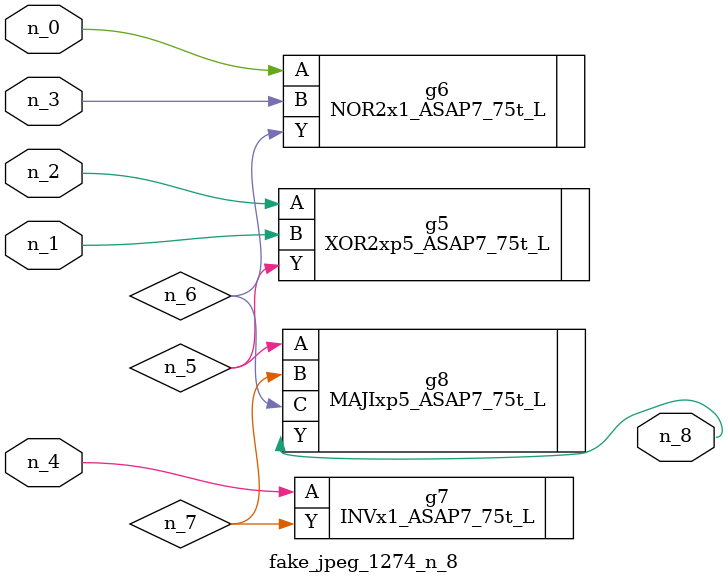
<source format=v>
module fake_jpeg_1274_n_8 (n_3, n_2, n_1, n_0, n_4, n_8);

input n_3;
input n_2;
input n_1;
input n_0;
input n_4;

output n_8;

wire n_6;
wire n_5;
wire n_7;

XOR2xp5_ASAP7_75t_L g5 ( 
.A(n_2),
.B(n_1),
.Y(n_5)
);

NOR2x1_ASAP7_75t_L g6 ( 
.A(n_0),
.B(n_3),
.Y(n_6)
);

INVx1_ASAP7_75t_L g7 ( 
.A(n_4),
.Y(n_7)
);

MAJIxp5_ASAP7_75t_L g8 ( 
.A(n_5),
.B(n_7),
.C(n_6),
.Y(n_8)
);


endmodule
</source>
